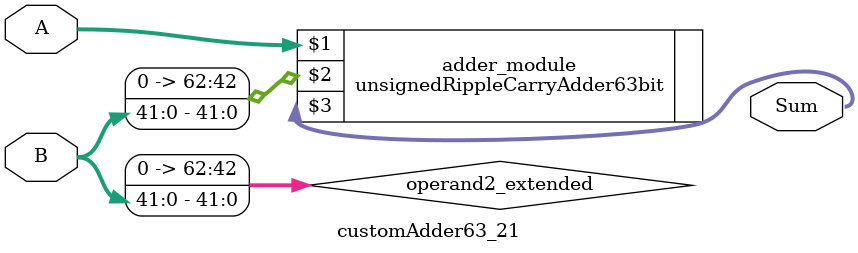
<source format=v>
module customAdder63_21(
                        input [62 : 0] A,
                        input [41 : 0] B,
                        
                        output [63 : 0] Sum
                );

        wire [62 : 0] operand2_extended;
        
        assign operand2_extended =  {21'b0, B};
        
        unsignedRippleCarryAdder63bit adder_module(
            A,
            operand2_extended,
            Sum
        );
        
        endmodule
        
</source>
